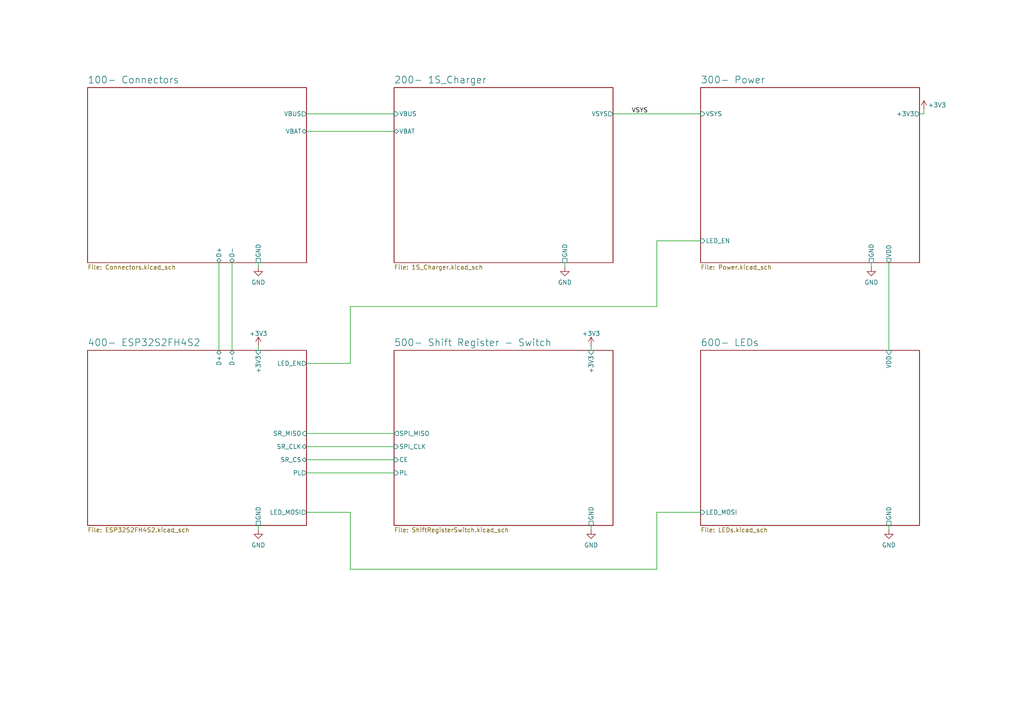
<source format=kicad_sch>
(kicad_sch (version 20230121) (generator eeschema)
  (paper "A4")
  (title_block (title "PMK_Keyboard") (date "2023-02-06") (rev "HW00") (company "PumaCorp") (comment 1 "Design by: NdG"))
  (lib_symbols
    (symbol "power:+3V3" (power) (pin_names (offset 0))
      (property "Value" "+3V3" (at 0 3.556 0))
      (symbol "+3V3_0_1"
        (polyline (pts (xy -0.762 1.27) (xy 0 2.54)))
        (polyline (pts (xy 0 0) (xy 0 2.54)))
        (polyline (pts (xy 0 2.54) (xy 0.762 1.27)))
      )
      (symbol "+3V3_1_1"
        (pin power_in line (at 0 0 90) (length 0) hide (name "+3V3") (number "1"))
      )
    )
    (symbol "power:GND" (power) (pin_names (offset 0))
      (property "Value" "GND" (at 0 -3.81 0))
      (symbol "GND_0_1"
        (polyline (pts (xy 0 0) (xy 0 -1.27) (xy 1.27 -1.27) (xy 0 -2.54) (xy -1.27 -1.27) (xy 0 -1.27)))
      )
      (symbol "GND_1_1"
        (pin power_in line (at 0 0 270) (length 0) hide (name "GND") (number "1"))
      )
    )
  )
  (wire (pts (xy 88.9 105.41) (xy 101.6 105.41)))
  (wire (pts (xy 190.5 165.1) (xy 190.5 148.59)))
  (wire (pts (xy 171.45 100.33) (xy 171.45 101.6)))
  (wire (pts (xy 101.6 165.1) (xy 190.5 165.1)))
  (wire (pts (xy 190.5 69.85) (xy 203.2 69.85)))
  (wire (pts (xy 88.9 133.35) (xy 114.3 133.35)))
  (wire (pts (xy 63.5 76.2) (xy 63.5 101.6)))
  (wire (pts (xy 74.93 100.33) (xy 74.93 101.6)))
  (wire (pts (xy 163.83 76.2) (xy 163.83 77.47)))
  (wire (pts (xy 190.5 88.9) (xy 190.5 69.85)))
  (wire (pts (xy 190.5 148.59) (xy 203.2 148.59)))
  (wire (pts (xy 88.9 33.02) (xy 114.3 33.02)))
  (wire (pts (xy 101.6 148.59) (xy 101.6 165.1)))
  (wire (pts (xy 266.7 33.02) (xy 267.97 33.02)))
  (wire (pts (xy 88.9 38.1) (xy 114.3 38.1)))
  (wire (pts (xy 101.6 88.9) (xy 101.6 105.41)))
  (wire (pts (xy 74.93 152.4) (xy 74.93 153.67)))
  (wire (pts (xy 74.93 76.2) (xy 74.93 77.47)))
  (wire (pts (xy 88.9 125.73) (xy 114.3 125.73)))
  (wire (pts (xy 171.45 152.4) (xy 171.45 153.67)))
  (wire (pts (xy 67.31 76.2) (xy 67.31 101.6)))
  (wire (pts (xy 267.97 33.02) (xy 267.97 31.75)))
  (wire (pts (xy 257.81 76.2) (xy 257.81 101.6)))
  (wire (pts (xy 252.73 76.2) (xy 252.73 77.47)))
  (wire (pts (xy 88.9 137.16) (xy 114.3 137.16)))
  (wire (pts (xy 88.9 148.59) (xy 101.6 148.59)))
  (wire (pts (xy 177.8 33.02) (xy 203.2 33.02)))
  (wire (pts (xy 257.81 152.4) (xy 257.81 153.67)))
  (wire (pts (xy 88.9 129.54) (xy 114.3 129.54)))
  (wire (pts (xy 101.6 88.9) (xy 190.5 88.9)))
  (label "VSYS" (at 187.96 33.02 180))
  (symbol (lib_id "power:GND") (at 163.83 77.47 0) (unit 1)
    (property "Reference" "#PWR0102" (effects hide))
    (property "Value" "GND" (at 163.83 81.9134 0))
  )
  (symbol (lib_id "power:+3V3") (at 171.45 100.33 0) (unit 1)
    (property "Reference" "#PWR0115" (effects hide))
    (property "Value" "+3V3" (at 171.45 96.7542 0))
  )
  (symbol (lib_id "power:GND") (at 171.45 153.67 0) (unit 1)
    (property "Reference" "#PWR0116" (effects hide))
    (property "Value" "GND" (at 171.45 158.1134 0))
  )
  (symbol (lib_id "power:GND") (at 74.93 77.47 0) (unit 1)
    (property "Reference" "#PWR0110" (effects hide))
    (property "Value" "GND" (at 74.93 81.9134 0))
  )
  (symbol (lib_id "power:+3V3") (at 267.97 31.75 0) (unit 1)
    (property "Reference" "#PWR0113" (effects hide))
    (property "Value" "+3V3" (at 271.78 30.48 0))
  )
  (symbol (lib_id "power:GND") (at 257.81 153.67 0) (unit 1)
    (property "Reference" "#PWR0114" (effects hide))
    (property "Value" "GND" (at 257.81 158.1134 0))
  )
  (symbol (lib_id "power:GND") (at 252.73 77.47 0) (unit 1)
    (property "Reference" "#PWR0112" (effects hide))
    (property "Value" "GND" (at 252.73 81.9134 0))
  )
  (symbol (lib_id "power:GND") (at 74.93 153.67 0) (unit 1)
    (property "Reference" "#PWR0117" (effects hide))
    (property "Value" "GND" (at 74.93 158.1134 0))
  )
  (symbol (lib_id "power:+3V3") (at 74.93 100.33 0) (unit 1)
    (property "Reference" "#PWR0111" (effects hide))
    (property "Value" "+3V3" (at 74.93 96.7542 0))
  )
  (sheet (at 114.3 101.6) (size 63.5 50.8) (stroke (width 0.1524))
    (property "Sheetname" "500- Shift Register - Switch" (at 114.3 100.5234 0) (effects (font (size 2 2)) (justify left bottom)))
    (property "Sheetfile" "ShiftRegisterSwitch.kicad_sch" (at 114.3 152.9846 0) (effects (justify left top)))
    (pin "PL" input (at 114.3 137.16 180))
    (pin "CE" input (at 114.3 133.35 180))
    (pin "+3V3" input (at 171.45 101.6 90))
    (pin "SPI_MISO" output (at 114.3 125.73 180))
    (pin "GND" passive (at 171.45 152.4 270))
    (pin "SPI_CLK" input (at 114.3 129.54 180))
  )
  (sheet (at 114.3 25.4) (size 63.5 50.8) (stroke (width 0.1524))
    (property "Sheetname" "200- 1S_Charger" (at 114.3 24.3234 0) (effects (font (size 2 2)) (justify left bottom)))
    (property "Sheetfile" "1S_Charger.kicad_sch" (at 114.3 76.7846 0) (effects (justify left top)))
    (pin "VSYS" output (at 177.8 33.02 0))
    (pin "VBAT" bidirectional (at 114.3 38.1 180))
    (pin "VBUS" input (at 114.3 33.02 180))
    (pin "GND" passive (at 163.83 76.2 270))
  )
  (sheet (at 25.4 101.6) (size 63.5 50.8) (stroke (width 0.1524))
    (property "Sheetname" "400- ESP32S2FH4S2" (at 25.4 100.5234 0) (effects (font (size 2 2)) (justify left bottom)))
    (property "Sheetfile" "ESP32S2FH4S2.kicad_sch" (at 25.4 152.9846 0) (effects (justify left top)))
    (pin "+3V3" input (at 74.93 101.6 90))
    (pin "D+" bidirectional (at 63.5 101.6 90))
    (pin "D-" bidirectional (at 67.31 101.6 90))
    (pin "SR_MISO" input (at 88.9 125.73 0))
    (pin "LED_MOSI" output (at 88.9 148.59 0))
    (pin "SR_CLK" bidirectional (at 88.9 129.54 0))
    (pin "SR_CS" bidirectional (at 88.9 133.35 0))
    (pin "GND" passive (at 74.93 152.4 270))
    (pin "LED_EN" output (at 88.9 105.41 0))
    (pin "PL" output (at 88.9 137.16 0))
  )
  (sheet (at 203.2 25.4) (size 63.5 50.8) (stroke (width 0.1524))
    (property "Sheetname" "300- Power" (at 203.2 24.3234 0) (effects (font (size 2 2)) (justify left bottom)))
    (property "Sheetfile" "Power.kicad_sch" (at 203.2 76.7846 0) (effects (justify left top)))
    (pin "VDD" output (at 257.81 76.2 270))
    (pin "LED_EN" input (at 203.2 69.85 180))
    (pin "GND" passive (at 252.73 76.2 270))
    (pin "+3V3" output (at 266.7 33.02 0))
    (pin "VSYS" input (at 203.2 33.02 180))
  )
  (sheet (at 25.4 25.4) (size 63.5 50.8) (stroke (width 0.1524))
    (property "Sheetname" "100- Connectors" (at 25.4 24.3234 0) (effects (font (size 2 2)) (justify left bottom)))
    (property "Sheetfile" "Connectors.kicad_sch" (at 25.4 76.7846 0) (effects (justify left top)))
    (pin "VBUS" output (at 88.9 33.02 0))
    (pin "D-" bidirectional (at 67.31 76.2 270))
    (pin "D+" bidirectional (at 63.5 76.2 270))
    (pin "GND" passive (at 74.93 76.2 270))
    (pin "VBAT" bidirectional (at 88.9 38.1 0))
  )
  (sheet (at 203.2 101.6) (size 63.5 50.8) (stroke (width 0.1524))
    (property "Sheetname" "600- LEDs" (at 203.2 100.5234 0) (effects (font (size 2 2)) (justify left bottom)))
    (property "Sheetfile" "LEDs.kicad_sch" (at 203.2 152.9846 0) (effects (justify left top)))
    (pin "VDD" input (at 257.81 101.6 90))
    (pin "LED_MOSI" input (at 203.2 148.59 180))
    (pin "GND" passive (at 257.81 152.4 270))
  )
)
</source>
